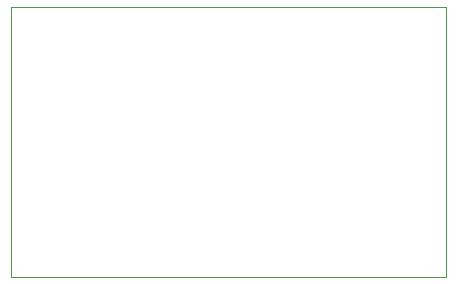
<source format=gbr>
%TF.GenerationSoftware,KiCad,Pcbnew,7.0.1*%
%TF.CreationDate,2023-03-26T17:21:00+02:00*%
%TF.ProjectId,RA01_ANT_PMOD,52413031-5f41-44e5-945f-504d4f442e6b,rev?*%
%TF.SameCoordinates,Original*%
%TF.FileFunction,Profile,NP*%
%FSLAX46Y46*%
G04 Gerber Fmt 4.6, Leading zero omitted, Abs format (unit mm)*
G04 Created by KiCad (PCBNEW 7.0.1) date 2023-03-26 17:21:00*
%MOMM*%
%LPD*%
G01*
G04 APERTURE LIST*
%TA.AperFunction,Profile*%
%ADD10C,0.050000*%
%TD*%
G04 APERTURE END LIST*
D10*
X119380000Y-38100000D02*
X156210000Y-38100000D01*
X156210000Y-60960000D01*
X119380000Y-60960000D01*
X119380000Y-38100000D01*
M02*

</source>
